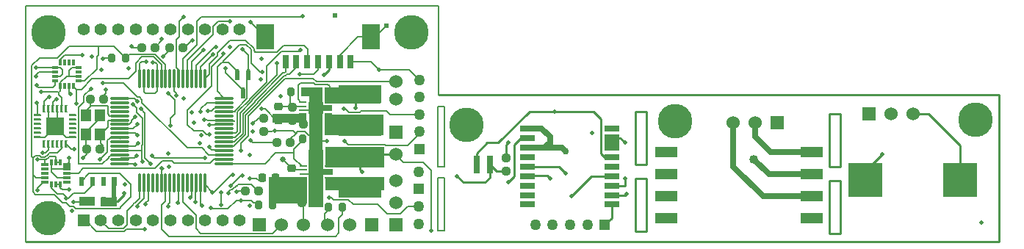
<source format=gtl>
G04 Layer_Physical_Order=1*
G04 Layer_Color=255*
%FSLAX23Y23*%
%MOIN*%
G70*
G01*
G75*
%ADD10R,0.024X0.043*%
G04:AMPARAMS|DCode=11|XSize=35mil|YSize=10mil|CornerRadius=3mil|HoleSize=0mil|Usage=FLASHONLY|Rotation=270.000|XOffset=0mil|YOffset=0mil|HoleType=Round|Shape=RoundedRectangle|*
%AMROUNDEDRECTD11*
21,1,0.035,0.005,0,0,270.0*
21,1,0.030,0.010,0,0,270.0*
1,1,0.006,-0.002,-0.015*
1,1,0.006,-0.002,0.015*
1,1,0.006,0.002,0.015*
1,1,0.006,0.002,-0.015*
%
%ADD11ROUNDEDRECTD11*%
G04:AMPARAMS|DCode=12|XSize=35mil|YSize=10mil|CornerRadius=3mil|HoleSize=0mil|Usage=FLASHONLY|Rotation=180.000|XOffset=0mil|YOffset=0mil|HoleType=Round|Shape=RoundedRectangle|*
%AMROUNDEDRECTD12*
21,1,0.035,0.005,0,0,180.0*
21,1,0.030,0.010,0,0,180.0*
1,1,0.006,-0.015,0.002*
1,1,0.006,0.015,0.002*
1,1,0.006,0.015,-0.002*
1,1,0.006,-0.015,-0.002*
%
%ADD12ROUNDEDRECTD12*%
%ADD13R,0.083X0.083*%
G04:AMPARAMS|DCode=14|XSize=50mil|YSize=20mil|CornerRadius=5mil|HoleSize=0mil|Usage=FLASHONLY|Rotation=270.000|XOffset=0mil|YOffset=0mil|HoleType=Round|Shape=RoundedRectangle|*
%AMROUNDEDRECTD14*
21,1,0.050,0.009,0,0,270.0*
21,1,0.040,0.020,0,0,270.0*
1,1,0.010,-0.005,-0.020*
1,1,0.010,-0.005,0.020*
1,1,0.010,0.005,0.020*
1,1,0.010,0.005,-0.020*
%
%ADD14ROUNDEDRECTD14*%
G04:AMPARAMS|DCode=15|XSize=37mil|YSize=37mil|CornerRadius=9mil|HoleSize=0mil|Usage=FLASHONLY|Rotation=0.000|XOffset=0mil|YOffset=0mil|HoleType=Round|Shape=RoundedRectangle|*
%AMROUNDEDRECTD15*
21,1,0.037,0.019,0,0,0.0*
21,1,0.019,0.037,0,0,0.0*
1,1,0.018,0.010,-0.009*
1,1,0.018,-0.010,-0.009*
1,1,0.018,-0.010,0.009*
1,1,0.018,0.010,0.009*
%
%ADD15ROUNDEDRECTD15*%
%ADD16R,0.083X0.118*%
%ADD17R,0.031X0.063*%
%ADD18R,0.031X0.083*%
%ADD19R,0.012X0.031*%
%ADD20R,0.036X0.012*%
%ADD21R,0.197X0.079*%
%ADD22R,0.071X0.028*%
%ADD23R,0.071X0.031*%
G04:AMPARAMS|DCode=24|XSize=37mil|YSize=37mil|CornerRadius=9mil|HoleSize=0mil|Usage=FLASHONLY|Rotation=270.000|XOffset=0mil|YOffset=0mil|HoleType=Round|Shape=RoundedRectangle|*
%AMROUNDEDRECTD24*
21,1,0.037,0.019,0,0,270.0*
21,1,0.019,0.037,0,0,270.0*
1,1,0.018,-0.009,-0.010*
1,1,0.018,-0.009,0.010*
1,1,0.018,0.009,0.010*
1,1,0.018,0.009,-0.010*
%
%ADD24ROUNDEDRECTD24*%
%ADD25R,0.028X0.012*%
%ADD26R,0.012X0.028*%
%ADD27R,0.157X0.157*%
%ADD28R,0.100X0.050*%
G04:AMPARAMS|DCode=29|XSize=36mil|YSize=37mil|CornerRadius=9mil|HoleSize=0mil|Usage=FLASHONLY|Rotation=180.000|XOffset=0mil|YOffset=0mil|HoleType=Round|Shape=RoundedRectangle|*
%AMROUNDEDRECTD29*
21,1,0.036,0.018,0,0,180.0*
21,1,0.018,0.037,0,0,180.0*
1,1,0.018,-0.009,0.009*
1,1,0.018,0.009,0.009*
1,1,0.018,0.009,-0.009*
1,1,0.018,-0.009,-0.009*
%
%ADD29ROUNDEDRECTD29*%
G04:AMPARAMS|DCode=30|XSize=85mil|YSize=13mil|CornerRadius=4mil|HoleSize=0mil|Usage=FLASHONLY|Rotation=180.000|XOffset=0mil|YOffset=0mil|HoleType=Round|Shape=RoundedRectangle|*
%AMROUNDEDRECTD30*
21,1,0.085,0.006,0,0,180.0*
21,1,0.078,0.013,0,0,180.0*
1,1,0.007,-0.039,0.003*
1,1,0.007,0.039,0.003*
1,1,0.007,0.039,-0.003*
1,1,0.007,-0.039,-0.003*
%
%ADD30ROUNDEDRECTD30*%
G04:AMPARAMS|DCode=31|XSize=85mil|YSize=13mil|CornerRadius=4mil|HoleSize=0mil|Usage=FLASHONLY|Rotation=270.000|XOffset=0mil|YOffset=0mil|HoleType=Round|Shape=RoundedRectangle|*
%AMROUNDEDRECTD31*
21,1,0.085,0.006,0,0,270.0*
21,1,0.078,0.013,0,0,270.0*
1,1,0.007,-0.003,-0.039*
1,1,0.007,-0.003,0.039*
1,1,0.007,0.003,0.039*
1,1,0.007,0.003,-0.039*
%
%ADD31ROUNDEDRECTD31*%
%ADD32R,0.045X0.055*%
G04:AMPARAMS|DCode=33|XSize=34mil|YSize=39mil|CornerRadius=9mil|HoleSize=0mil|Usage=FLASHONLY|Rotation=0.000|XOffset=0mil|YOffset=0mil|HoleType=Round|Shape=RoundedRectangle|*
%AMROUNDEDRECTD33*
21,1,0.034,0.021,0,0,0.0*
21,1,0.017,0.039,0,0,0.0*
1,1,0.017,0.008,-0.011*
1,1,0.017,-0.008,-0.011*
1,1,0.017,-0.008,0.011*
1,1,0.017,0.008,0.011*
%
%ADD33ROUNDEDRECTD33*%
G04:AMPARAMS|DCode=34|XSize=34mil|YSize=39mil|CornerRadius=9mil|HoleSize=0mil|Usage=FLASHONLY|Rotation=270.000|XOffset=0mil|YOffset=0mil|HoleType=Round|Shape=RoundedRectangle|*
%AMROUNDEDRECTD34*
21,1,0.034,0.021,0,0,270.0*
21,1,0.017,0.039,0,0,270.0*
1,1,0.017,-0.011,-0.008*
1,1,0.017,-0.011,0.008*
1,1,0.017,0.011,0.008*
1,1,0.017,0.011,-0.008*
%
%ADD34ROUNDEDRECTD34*%
%ADD35R,0.065X0.053*%
%ADD36R,0.032X0.011*%
%ADD37C,0.006*%
%ADD38C,0.010*%
%ADD39C,0.025*%
%ADD40R,0.070X0.044*%
%ADD41R,0.173X0.119*%
%ADD42R,0.097X0.040*%
%ADD43R,0.105X0.030*%
%ADD44R,0.100X0.029*%
%ADD45R,0.060X0.325*%
%ADD46R,0.013X0.040*%
%ADD47R,0.065X0.260*%
%ADD48R,0.073X0.041*%
%ADD49R,0.036X0.030*%
%ADD50R,0.269X0.064*%
%ADD51R,0.269X0.098*%
%ADD52R,0.269X0.092*%
%ADD53R,0.256X0.072*%
%ADD54R,0.070X0.075*%
%ADD55R,0.155X0.042*%
%ADD56R,0.023X0.124*%
%ADD57C,0.056*%
%ADD58R,0.056X0.056*%
%ADD59C,0.060*%
%ADD60R,0.060X0.060*%
%ADD61R,0.060X0.060*%
%ADD62C,0.050*%
%ADD63R,0.050X0.050*%
%ADD64R,0.050X0.050*%
%ADD65C,0.020*%
%ADD66C,0.025*%
%ADD67C,0.024*%
%ADD68C,0.040*%
%ADD69C,0.030*%
%ADD70C,0.157*%
D10*
X622Y4773D02*
D03*
X672D02*
D03*
X722D02*
D03*
X772D02*
D03*
Y4683D02*
D03*
X722D02*
D03*
X672D02*
D03*
X622D02*
D03*
D11*
X552Y4944D02*
D03*
X533D02*
D03*
X513D02*
D03*
X493D02*
D03*
X473D02*
D03*
X454D02*
D03*
Y5103D02*
D03*
X473D02*
D03*
X493D02*
D03*
X513D02*
D03*
X533D02*
D03*
X552D02*
D03*
D12*
X423Y4974D02*
D03*
Y4994D02*
D03*
Y5013D02*
D03*
Y5033D02*
D03*
Y5053D02*
D03*
Y5072D02*
D03*
X583D02*
D03*
Y5053D02*
D03*
Y5033D02*
D03*
Y5013D02*
D03*
Y4994D02*
D03*
Y4974D02*
D03*
D13*
X504Y5022D02*
D03*
D14*
X1355Y5174D02*
D03*
X1329Y5256D02*
D03*
X1381D02*
D03*
D15*
X1690Y5034D02*
D03*
X1630D02*
D03*
X1367Y4731D02*
D03*
X1427D02*
D03*
X1024Y5380D02*
D03*
X1084D02*
D03*
X957Y5381D02*
D03*
X897D02*
D03*
X1510Y4950D02*
D03*
X1570D02*
D03*
X1750Y5180D02*
D03*
X1690D02*
D03*
X1753Y4888D02*
D03*
X1693D02*
D03*
X1683Y4676D02*
D03*
X1623D02*
D03*
Y4736D02*
D03*
X1683D02*
D03*
X662Y5147D02*
D03*
X722D02*
D03*
X647Y4921D02*
D03*
X707D02*
D03*
D16*
X1456Y5429D02*
D03*
X1937D02*
D03*
D17*
X1549Y5315D02*
D03*
X1598D02*
D03*
X1647D02*
D03*
X1697D02*
D03*
X1746D02*
D03*
X1795D02*
D03*
X1844D02*
D03*
D18*
X2415Y4850D02*
D03*
X2475D02*
D03*
D19*
X487Y4861D02*
D03*
X507D02*
D03*
X526D02*
D03*
Y4760D02*
D03*
X507D02*
D03*
X487D02*
D03*
D20*
X557Y4850D02*
D03*
Y4830D02*
D03*
Y4811D02*
D03*
Y4791D02*
D03*
Y4771D02*
D03*
X456D02*
D03*
Y4791D02*
D03*
Y4811D02*
D03*
Y4830D02*
D03*
Y4850D02*
D03*
D21*
X1885Y5170D02*
D03*
Y5020D02*
D03*
X1887Y4891D02*
D03*
Y4741D02*
D03*
D22*
X2648Y5014D02*
D03*
X3030D02*
D03*
Y4668D02*
D03*
X2648D02*
D03*
D23*
Y4971D02*
D03*
Y4927D02*
D03*
Y4884D02*
D03*
Y4754D02*
D03*
Y4797D02*
D03*
Y4841D02*
D03*
Y4711D02*
D03*
X3030D02*
D03*
Y4841D02*
D03*
Y4797D02*
D03*
Y4754D02*
D03*
Y4884D02*
D03*
Y4927D02*
D03*
Y4971D02*
D03*
D24*
X2550Y4820D02*
D03*
Y4880D02*
D03*
X1450Y5060D02*
D03*
Y5000D02*
D03*
X1579Y5109D02*
D03*
Y5049D02*
D03*
D25*
X611Y5229D02*
D03*
Y5249D02*
D03*
Y5269D02*
D03*
Y5288D02*
D03*
X503D02*
D03*
Y5269D02*
D03*
Y5249D02*
D03*
Y5229D02*
D03*
D26*
X587Y5313D02*
D03*
X567D02*
D03*
X547D02*
D03*
X528D02*
D03*
Y5205D02*
D03*
X547D02*
D03*
X567D02*
D03*
X587D02*
D03*
D27*
X4180Y4780D02*
D03*
X4610D02*
D03*
D28*
X3275Y4705D02*
D03*
X3935D02*
D03*
X3275Y4605D02*
D03*
X3935D02*
D03*
X3275Y4805D02*
D03*
Y4905D02*
D03*
X3935Y4805D02*
D03*
Y4905D02*
D03*
D29*
X1443Y4788D02*
D03*
X1503D02*
D03*
D30*
X797Y5150D02*
D03*
Y5130D02*
D03*
Y5110D02*
D03*
Y5091D02*
D03*
Y5071D02*
D03*
Y5051D02*
D03*
Y5032D02*
D03*
Y5012D02*
D03*
Y4992D02*
D03*
Y4972D02*
D03*
Y4953D02*
D03*
Y4933D02*
D03*
Y4913D02*
D03*
Y4894D02*
D03*
Y4874D02*
D03*
Y4854D02*
D03*
X1271D02*
D03*
Y4874D02*
D03*
Y4894D02*
D03*
Y4913D02*
D03*
Y4933D02*
D03*
Y4953D02*
D03*
Y4972D02*
D03*
Y4992D02*
D03*
Y5012D02*
D03*
Y5032D02*
D03*
Y5051D02*
D03*
Y5071D02*
D03*
Y5091D02*
D03*
Y5110D02*
D03*
Y5130D02*
D03*
Y5150D02*
D03*
D31*
X886Y4765D02*
D03*
X906D02*
D03*
X926D02*
D03*
X945D02*
D03*
X965D02*
D03*
X985D02*
D03*
X1004D02*
D03*
X1024D02*
D03*
X1044D02*
D03*
X1064D02*
D03*
X1083D02*
D03*
X1103D02*
D03*
X1123D02*
D03*
X1142D02*
D03*
X1162D02*
D03*
X1182D02*
D03*
Y5239D02*
D03*
X1162D02*
D03*
X1142D02*
D03*
X1123D02*
D03*
X1103D02*
D03*
X1083D02*
D03*
X1064D02*
D03*
X1044D02*
D03*
X1024D02*
D03*
X1004D02*
D03*
X985D02*
D03*
X965D02*
D03*
X945D02*
D03*
X926D02*
D03*
X906D02*
D03*
X886D02*
D03*
D32*
X705Y5073D02*
D03*
X643D02*
D03*
Y4987D02*
D03*
X705D02*
D03*
D33*
X1806Y4656D02*
D03*
X1744D02*
D03*
X1428Y4666D02*
D03*
X1490D02*
D03*
X1574Y5180D02*
D03*
X1636D02*
D03*
X1689Y4966D02*
D03*
X1627D02*
D03*
X760Y5333D02*
D03*
X822D02*
D03*
D34*
X1518Y5050D02*
D03*
Y5112D02*
D03*
X1578Y4770D02*
D03*
Y4832D02*
D03*
D35*
X1685Y5105D02*
D03*
X1687Y4816D02*
D03*
D36*
X1628Y5078D02*
D03*
Y5096D02*
D03*
Y5114D02*
D03*
Y5132D02*
D03*
X1742D02*
D03*
Y5114D02*
D03*
Y5096D02*
D03*
Y5078D02*
D03*
X1744Y4789D02*
D03*
Y4807D02*
D03*
Y4825D02*
D03*
Y4843D02*
D03*
X1630D02*
D03*
Y4825D02*
D03*
Y4807D02*
D03*
Y4789D02*
D03*
D37*
X1142Y4558D02*
X1164Y4536D01*
X828Y4557D02*
X911D01*
X818Y4547D02*
X828Y4557D01*
X691Y4547D02*
X818D01*
X745Y4559D02*
X813D01*
X640Y4598D02*
X691Y4547D01*
X631Y4598D02*
X640D01*
X708Y4596D02*
X745Y4559D01*
X813D02*
X829Y4575D01*
X2173Y4861D02*
X2210Y4824D01*
Y4548D02*
Y4824D01*
X643Y4928D02*
X657Y4914D01*
X631Y4880D02*
X647Y4896D01*
Y4921D01*
X732Y5173D02*
Y5189D01*
X716Y5157D02*
X732Y5173D01*
X957Y5381D02*
X988Y5412D01*
Y5421D01*
X1104Y5095D02*
X1214Y5205D01*
X1104Y5031D02*
X1133Y5002D01*
X1104Y5031D02*
Y5095D01*
X1814Y5102D02*
X1821D01*
X1836Y5087D01*
X1885D01*
X1890Y5092D01*
X2022Y5077D02*
X2156D01*
X1890Y5092D02*
X2007D01*
X2022Y5077D01*
X2156Y4988D02*
Y4998D01*
X2004Y4936D02*
X2104D01*
X2156Y4988D01*
X1834Y4939D02*
X2000D01*
X1816Y4957D02*
X1834Y4939D01*
X2000D02*
X2004Y4936D01*
X418Y5249D02*
Y5257D01*
X430Y5269D01*
X693Y5284D02*
Y5339D01*
X638Y5229D02*
X693Y5284D01*
Y5339D02*
X701Y5347D01*
X716Y5157D02*
X724Y5149D01*
X665Y5194D02*
X667D01*
X634Y5164D02*
X665Y5194D01*
X1024Y5371D02*
Y5386D01*
X994Y5341D02*
X1024Y5371D01*
X994Y5340D02*
Y5341D01*
X1214Y5293D02*
X1268Y5347D01*
Y5352D01*
Y5321D02*
X1341Y5394D01*
X1353Y5373D02*
X1354D01*
X1381Y5346D01*
X1341Y5394D02*
X1371D01*
X1268Y5312D02*
Y5321D01*
X1371Y5394D02*
X1393Y5372D01*
X1297Y5414D02*
X1368D01*
X1405Y5377D01*
Y5368D02*
X1411Y5361D01*
X1405Y5368D02*
Y5377D01*
X1393Y5310D02*
Y5372D01*
X985Y5239D02*
Y5304D01*
X1004Y5239D02*
Y5302D01*
X955Y5351D02*
X1004Y5302D01*
X840Y5351D02*
X955D01*
X950Y5339D02*
X985Y5304D01*
X897Y5339D02*
X950D01*
X1434Y5269D02*
X1442D01*
X1393Y5310D02*
X1434Y5269D01*
X1436D02*
X1442D01*
X1535Y4874D02*
X1536D01*
X1568Y4842D01*
X553Y4696D02*
Y4704D01*
X540Y4717D02*
X553Y4704D01*
Y4696D02*
X563D01*
X587Y4720D01*
X637D01*
X513Y4717D02*
X540D01*
X487Y4743D02*
X513Y4717D01*
X1325Y4687D02*
X1347D01*
X1286Y4648D02*
X1325Y4687D01*
X1216Y4648D02*
X1286D01*
X1211Y4653D02*
X1216Y4648D01*
X533Y5103D02*
Y5152D01*
X520Y5165D02*
X533Y5152D01*
X520Y5165D02*
Y5173D01*
X508Y5147D02*
X511D01*
X493Y5132D02*
X508Y5147D01*
X942Y4891D02*
X954Y4879D01*
X956Y4832D02*
X991Y4867D01*
X868Y4851D02*
Y4853D01*
X869Y4854D01*
X1102Y4926D02*
X1169D01*
X897Y5131D02*
Y5144D01*
Y5131D02*
X1102Y4926D01*
X1028Y5027D02*
Y5059D01*
X1047Y5078D01*
Y5143D01*
X569Y4659D02*
X588D01*
X552Y4676D02*
X569Y4659D01*
X596Y4651D02*
X796D01*
X588Y4659D02*
X596Y4651D01*
X537Y4676D02*
X552D01*
X796Y4651D02*
X804Y4659D01*
X609Y5021D02*
Y5026D01*
Y5021D02*
X609Y5021D01*
Y5006D02*
Y5021D01*
X609Y5006D02*
X609Y5006D01*
X609Y5001D02*
Y5006D01*
Y5001D02*
X609Y5001D01*
Y4987D02*
Y5001D01*
X609Y4986D02*
X609Y4987D01*
X609Y4981D02*
Y4986D01*
Y4981D02*
X609Y4981D01*
Y4967D02*
Y4981D01*
X609Y4967D02*
X609Y4967D01*
X609Y4852D02*
Y4967D01*
Y5080D02*
Y5108D01*
Y5080D02*
X609Y5080D01*
Y5065D02*
Y5080D01*
X609Y5065D02*
X609Y5065D01*
X609Y5060D02*
Y5065D01*
Y5060D02*
X609Y5060D01*
Y5046D02*
Y5060D01*
X609Y5046D02*
X609Y5046D01*
X609Y5040D02*
Y5046D01*
Y5040D02*
X609Y5040D01*
Y5026D02*
Y5040D01*
X609Y5026D02*
X609Y5026D01*
X609Y5108D02*
X634Y5134D01*
X609Y4852D02*
X717D01*
X1290Y4720D02*
Y4725D01*
X1300Y4735D01*
X1307D01*
X1326Y4754D01*
X1329D01*
X1299Y4752D02*
X1348Y4801D01*
X1299Y4752D02*
Y4754D01*
X1329D02*
X1334Y4759D01*
X1394D01*
X1422Y4731D01*
X1427D01*
X1404Y4676D02*
X1432D01*
X1393Y4687D02*
X1404Y4676D01*
X1347Y4687D02*
X1393D01*
X1575Y4825D02*
X1630D01*
X1568Y4832D02*
Y4842D01*
Y4832D02*
X1575Y4825D01*
X1202Y5305D02*
X1239Y5342D01*
X1162Y5293D02*
X1219Y5350D01*
X1239Y5342D02*
Y5356D01*
X1219Y5350D02*
X1220D01*
X1144Y5301D02*
X1226Y5383D01*
X1123Y5315D02*
X1176Y5368D01*
X1103Y5322D02*
X1220Y5439D01*
X1239Y5356D02*
X1297Y5414D01*
X1226Y5383D02*
X1232D01*
X1259Y5312D02*
X1268D01*
X1239Y5292D02*
X1259Y5312D01*
X1244Y5500D02*
X1297D01*
X1167Y5519D02*
X1622D01*
X1144Y5241D02*
Y5301D01*
X1202Y5260D02*
Y5305D01*
X1275Y5265D02*
Y5287D01*
X1355Y5174D02*
Y5185D01*
X1275Y5265D02*
X1355Y5185D01*
X1379Y4979D02*
Y5069D01*
X1367Y5071D02*
Y5074D01*
X1355Y5076D02*
Y5079D01*
X1343Y5081D02*
Y5084D01*
X1331Y5086D02*
Y5089D01*
X1319Y5091D02*
Y5094D01*
X1455Y5102D02*
X1508Y5049D01*
X1440Y5102D02*
X1455D01*
X1379Y5069D02*
X1434Y5124D01*
X1422Y5129D02*
Y5132D01*
X1367Y5074D02*
X1422Y5129D01*
X1410Y5134D02*
Y5137D01*
X1355Y5079D02*
X1410Y5134D01*
X1398Y5139D02*
Y5142D01*
X1343Y5084D02*
X1398Y5139D01*
X1386Y5144D02*
Y5147D01*
X1331Y5089D02*
X1386Y5144D01*
X1374Y5149D02*
Y5249D01*
X1319Y5094D02*
X1374Y5149D01*
Y5249D02*
X1381Y5256D01*
X1410Y5137D02*
X1538Y5265D01*
X1355Y5076D02*
X1355Y5076D01*
X1398Y5142D02*
X1511Y5255D01*
X1386Y5147D02*
X1462Y5223D01*
X1330Y5085D02*
X1331Y5086D01*
X1434Y5127D02*
X1548Y5241D01*
X1434Y5124D02*
Y5127D01*
X1422Y5132D02*
X1543Y5253D01*
X1319Y5091D02*
X1319Y5091D01*
X1462Y5223D02*
Y5295D01*
X1511Y5255D02*
Y5309D01*
X1343Y5081D02*
X1343Y5081D01*
X1544Y5265D02*
X1549Y5270D01*
X1538Y5265D02*
X1544D01*
X1549Y5253D02*
X1554Y5258D01*
X1543Y5253D02*
X1549D01*
X1367Y5071D02*
X1367Y5071D01*
X1548Y5241D02*
X1674D01*
X886Y5155D02*
X897Y5144D01*
X878Y5155D02*
X886D01*
X814Y5219D02*
X878Y5155D01*
X1083Y4679D02*
X1142Y4620D01*
Y4558D02*
Y4620D01*
X987Y4667D02*
X1003Y4683D01*
X987Y4556D02*
Y4667D01*
Y4556D02*
X1019Y4524D01*
X869Y4679D02*
X870D01*
X858Y4668D02*
X869Y4679D01*
X858Y4667D02*
Y4668D01*
X829Y4638D02*
X858Y4667D01*
X829Y4638D02*
X829Y4637D01*
Y4575D02*
Y4637D01*
X1221Y5477D02*
X1244Y5500D01*
X1066Y5501D02*
X1085Y5520D01*
X1066Y5428D02*
Y5501D01*
X1053Y5415D02*
X1066Y5428D01*
X1221Y5447D02*
Y5477D01*
X1220Y5446D02*
X1221Y5447D01*
X1220Y5439D02*
Y5446D01*
X1148Y5479D02*
Y5500D01*
X1147Y5477D02*
X1148Y5479D01*
X1147Y5447D02*
Y5477D01*
Y5447D02*
X1148Y5445D01*
Y5392D02*
Y5445D01*
Y5500D02*
X1167Y5519D01*
X954Y4879D02*
X1182D01*
X991Y4867D02*
X1033D01*
X1596Y4991D02*
X1604Y4999D01*
X1570Y4965D02*
X1596Y4991D01*
X1584Y5003D02*
X1596Y4991D01*
X1500Y5003D02*
X1584D01*
X1455Y4854D02*
X1503Y4902D01*
X1033Y4867D02*
X1043Y4857D01*
X988Y4834D02*
X994D01*
X996Y4832D01*
X1224Y4723D02*
X1311Y4810D01*
X1218Y4723D02*
X1224D01*
X1311Y4803D02*
Y4810D01*
X397Y5298D02*
X432Y5333D01*
X397Y4886D02*
Y5298D01*
X512Y5333D02*
X565Y5386D01*
X432Y5333D02*
X512D01*
X503Y5211D02*
Y5229D01*
X493Y5201D02*
X503Y5211D01*
X428Y5201D02*
X493D01*
X420Y5209D02*
X428Y5201D01*
X397Y4886D02*
X403Y4880D01*
X467Y4909D02*
X473Y4916D01*
X467Y4909D02*
X467D01*
X461Y4903D02*
X467Y4909D01*
X448Y4903D02*
X461D01*
X472Y4897D02*
X478Y4903D01*
X472Y4897D02*
X472D01*
X466Y4891D02*
X472Y4897D01*
X463Y4891D02*
X466D01*
X477Y4885D02*
X477Y4885D01*
X477Y4885D02*
X477D01*
X472Y4880D02*
X477Y4885D01*
X472Y4880D02*
Y4880D01*
X471Y4879D02*
X472Y4880D01*
X477Y4885D02*
X507D01*
X471Y4879D02*
X471D01*
X464Y4872D02*
X471Y4879D01*
X478Y4903D02*
X513D01*
X456Y4884D02*
X463Y4891D01*
X422Y4872D02*
X464D01*
X440Y4884D02*
X456D01*
X433Y4891D02*
X440Y4884D01*
X414Y4891D02*
X433D01*
X513Y4903D02*
X533Y4923D01*
X1682Y4955D02*
X1738D01*
X1604Y4999D02*
X1638D01*
X1682Y4955D01*
X1530Y5364D02*
X1610D01*
X1616Y5370D01*
X1632Y5390D02*
X1650Y5372D01*
X1540Y5390D02*
X1632D01*
X1511Y5361D02*
X1540Y5390D01*
X1684Y5214D02*
X1741D01*
X1677Y5221D02*
X1684Y5214D01*
X1616Y5221D02*
X1677D01*
X1689Y5226D02*
X2050D01*
X1674Y5241D02*
X1689Y5226D01*
X1741Y5214D02*
X1750Y5205D01*
X1096Y5386D02*
X1124Y5414D01*
X1084Y5386D02*
X1096D01*
X1124Y5414D02*
X1127D01*
X1053Y5290D02*
X1060Y5283D01*
Y5243D02*
Y5283D01*
Y5243D02*
X1064Y5239D01*
X1053Y5290D02*
Y5415D01*
X1083Y5328D02*
X1148Y5392D01*
X1320Y4972D02*
X1343Y4996D01*
X1271Y4972D02*
X1320D01*
X1343Y4996D02*
Y5061D01*
X1317Y4953D02*
X1355Y4991D01*
X1314Y4933D02*
X1367Y4986D01*
X1346Y4946D02*
X1379Y4979D01*
X1346Y4913D02*
Y4946D01*
X1271Y4933D02*
X1314D01*
X1367Y4986D02*
Y5071D01*
X1271Y4953D02*
X1317D01*
X1355Y4991D02*
Y5066D01*
X1331Y5001D02*
Y5056D01*
X1322Y4992D02*
X1331Y5001D01*
X1271Y4992D02*
X1322D01*
X1401Y5036D02*
X1425Y5060D01*
X1450D01*
X1508Y5049D02*
X1510D01*
X1268Y5312D02*
X1289D01*
X1239Y5182D02*
X1271Y5150D01*
X1239Y5182D02*
Y5292D01*
X1289Y5312D02*
X1329Y5272D01*
Y5256D02*
Y5272D01*
X1214Y5205D02*
Y5293D01*
X1647Y5315D02*
X1650Y5318D01*
Y5372D01*
X1411Y5361D02*
X1511D01*
X1103Y5239D02*
Y5322D01*
X1462Y5295D02*
X1530Y5364D01*
X1381Y5256D02*
Y5346D01*
X1391Y5496D02*
X1431Y5456D01*
Y5437D02*
Y5456D01*
X1182Y5239D02*
X1202Y5260D01*
X634Y5134D02*
Y5164D01*
X717Y4852D02*
X745Y4880D01*
Y4882D01*
X753Y4890D01*
X793D01*
X797Y4894D01*
X739Y4905D02*
Y4958D01*
X708Y4873D02*
X739Y4905D01*
X622Y5190D02*
X670Y5238D01*
X718D01*
X720Y5240D02*
X835D01*
X869Y5274D01*
X718Y5238D02*
X720Y5240D01*
X720Y5219D02*
X814D01*
X1164Y4536D02*
X1491D01*
X1530Y4575D01*
X1775Y4524D02*
X1790Y4539D01*
X1019Y4524D02*
X1775D01*
X739Y4958D02*
X752Y4970D01*
X795D01*
X643Y4928D02*
Y4966D01*
X657Y4980D02*
Y5002D01*
X643Y4966D02*
X657Y4980D01*
X720Y4976D02*
Y4997D01*
X709Y4965D02*
X720Y4976D01*
Y4915D02*
Y4936D01*
X709Y4947D02*
X720Y4936D01*
X1182Y4879D02*
X1184Y4881D01*
X1179Y5052D02*
X1191D01*
X1203Y5028D02*
X1265D01*
X1270Y5033D01*
X1201Y4930D02*
X1203Y4928D01*
Y4930D01*
X897Y4865D02*
X899Y4863D01*
X897Y4865D02*
Y4916D01*
X1018Y5172D02*
X1047Y5143D01*
X1195Y5048D02*
X1233D01*
X1191Y5052D02*
X1195Y5048D01*
X1233D02*
X1238Y5053D01*
X1244Y5047D01*
X1549Y5270D02*
Y5315D01*
X1554Y5258D02*
X1568D01*
X2050Y4895D02*
X2084Y4861D01*
X2173D01*
X851Y5386D02*
X856Y5381D01*
X897D01*
X1053Y5164D02*
Y5174D01*
X1044Y5183D02*
X1053Y5174D01*
X1044Y5183D02*
Y5239D01*
X716Y5333D02*
X721Y5328D01*
X716Y5333D02*
X760D01*
X948Y5314D02*
X957D01*
X965Y5306D01*
X1244Y5047D02*
X1315D01*
X630Y4599D02*
X631Y4598D01*
X797Y4874D02*
X801Y4878D01*
X862D01*
X872Y4888D01*
X911Y4878D02*
Y5084D01*
Y4878D02*
X936Y4853D01*
X630Y4832D02*
X956D01*
X894Y4913D02*
X897Y4916D01*
X797Y4913D02*
X894D01*
X892Y5103D02*
X911Y5084D01*
X873Y5087D02*
X899Y5061D01*
Y4938D02*
Y5061D01*
X897Y4936D02*
X899Y4938D01*
X897Y4916D02*
Y4936D01*
X880Y4946D02*
X880D01*
X867Y4933D02*
X880Y4946D01*
X797Y4933D02*
X867D01*
X855Y5122D02*
X857D01*
X873Y5106D01*
Y5087D02*
Y5106D01*
X1390Y4960D02*
X1400Y4950D01*
X1510D01*
X1191Y4985D02*
X1204D01*
X1174Y5002D02*
X1191Y4985D01*
X1133Y5002D02*
X1174D01*
X1271Y5091D02*
X1319D01*
X1367Y5071D02*
Y5071D01*
X1343Y5061D02*
Y5081D01*
Y5061D02*
X1343Y5061D01*
X1355Y5066D02*
Y5076D01*
Y5066D02*
X1355Y5066D01*
X1367Y5071D02*
X1367Y5071D01*
X1330Y5058D02*
Y5085D01*
Y5058D02*
X1331Y5056D01*
X1162Y5239D02*
Y5293D01*
X1315Y5047D02*
X1319Y5051D01*
X1164Y5090D02*
Y5102D01*
X1214Y5093D02*
X1227Y5106D01*
X1196Y5093D02*
X1214D01*
X1227Y5106D02*
X1268D01*
X1272Y5110D01*
X1192Y5130D02*
X1271D01*
X1164Y5102D02*
X1192Y5130D01*
X864Y5150D02*
X878Y5136D01*
X797Y5150D02*
X864D01*
X1348Y4801D02*
X1352D01*
X1271Y4854D02*
X1455D01*
X1256Y4667D02*
Y4724D01*
X870Y4679D02*
X886Y4695D01*
Y4765D01*
X877Y4667D02*
X906Y4696D01*
X877Y4660D02*
Y4667D01*
X708Y4596D02*
Y4599D01*
X1060Y4675D02*
X1064D01*
X1065Y4674D01*
X914Y4669D02*
Y4675D01*
X926Y4686D01*
Y4765D01*
X846Y4702D02*
Y4761D01*
X658Y4809D02*
X798D01*
X846Y4761D01*
X499Y4714D02*
X537Y4676D01*
X414Y4714D02*
X499D01*
X487Y4743D02*
Y4760D01*
X403Y4725D02*
Y4803D01*
Y4725D02*
X414Y4714D01*
X804Y4659D02*
Y4660D01*
X846Y4702D01*
X622Y4773D02*
X658Y4809D01*
X515Y5178D02*
X520Y5173D01*
X439Y5178D02*
X515D01*
X520Y5173D02*
Y5177D01*
X600Y5126D02*
X601Y5127D01*
Y5190D01*
X567Y5173D02*
Y5205D01*
Y5173D02*
X572Y5168D01*
X573Y5167D01*
X547Y5345D02*
X628D01*
X528Y5326D02*
X547Y5345D01*
X528Y5313D02*
Y5326D01*
X403Y4880D02*
X414Y4891D01*
X403Y4803D02*
Y4880D01*
X454Y5137D02*
X474Y5157D01*
X454Y5103D02*
Y5137D01*
X421Y5128D02*
X423Y5125D01*
X421Y5128D02*
X421D01*
X869Y5311D02*
X897Y5339D01*
X869Y5274D02*
Y5311D01*
X822Y5333D02*
X840Y5351D01*
X2109Y5281D02*
X2156Y5234D01*
X1972Y5281D02*
X2109D01*
X1697Y5280D02*
Y5315D01*
X1678Y5261D02*
X1697Y5280D01*
X1613Y5261D02*
X1678D01*
X1613Y5260D02*
Y5261D01*
X1598Y5288D02*
Y5315D01*
X1568Y5258D02*
X1598Y5288D01*
X533Y4923D02*
Y4944D01*
X552D02*
X578Y4918D01*
X590D01*
X423Y5072D02*
Y5125D01*
X601Y5190D02*
X622D01*
X587Y5205D02*
X601Y5190D01*
X611Y5229D02*
X638D01*
X528Y5205D02*
Y5222D01*
X528Y5205D02*
X528Y5205D01*
Y5222D02*
X555Y5249D01*
X566D01*
X1169Y4926D02*
X1201Y4894D01*
X1271D01*
X1212Y4915D02*
X1269D01*
X1197Y4930D02*
X1212Y4915D01*
X1197Y4930D02*
X1201D01*
X985Y4765D02*
X987Y4767D01*
Y4823D01*
X474Y5157D02*
X476D01*
X615Y4676D02*
X622Y4683D01*
X613Y4678D02*
X615Y4676D01*
X587Y4678D02*
X613D01*
X1269Y4915D02*
X1271Y4913D01*
X1162Y4765D02*
X1164Y4763D01*
Y4670D02*
Y4763D01*
Y4670D02*
X1170Y4664D01*
X1064Y4672D02*
X1065Y4674D01*
X1017Y4660D02*
Y4670D01*
X1024Y4677D01*
Y4765D01*
X1271Y5110D02*
X1272Y5110D01*
X1487Y5000D02*
X1490Y5003D01*
X1450Y5000D02*
X1487D01*
X1490Y5003D02*
X1500D01*
X1043Y4857D02*
X1208D01*
X1227Y4876D01*
X1269D02*
X1271Y4874D01*
X1227Y4876D02*
X1269D01*
X1725Y4575D02*
Y4625D01*
X1513Y5114D02*
X1570D01*
X1628D01*
X1570D02*
X1628D01*
X1513D02*
X1570D01*
X1725Y4575D02*
Y4625D01*
X719Y4914D02*
X720Y4915D01*
X535Y4735D02*
X565D01*
X526Y4744D02*
X535Y4735D01*
X526Y4744D02*
Y4760D01*
X507Y4861D02*
X526D01*
X412Y5072D02*
X423D01*
X507Y4861D02*
Y4885D01*
X456Y4850D02*
Y4872D01*
X1623Y4676D02*
X1630Y4669D01*
Y4575D02*
Y4669D01*
X451Y4771D02*
X456D01*
X513Y4791D02*
X557D01*
X487Y4817D02*
Y4828D01*
X488Y4830D01*
X557Y4850D02*
X568Y4861D01*
X504Y5022D02*
X552Y4974D01*
X456D02*
X504Y5022D01*
X423Y4974D02*
X456D01*
X473Y5053D02*
Y5103D01*
X417Y5288D02*
X503D01*
X536Y5260D02*
Y5280D01*
X525Y5249D02*
X536Y5260D01*
X1630Y4807D02*
X1678D01*
X1424Y5462D02*
X1456Y5429D01*
X415Y4791D02*
X456D01*
X1570Y5110D02*
Y5114D01*
Y5176D02*
X1574Y5180D01*
X1744Y4644D02*
Y4660D01*
X1725Y4625D02*
X1744Y4644D01*
X1887Y4891D02*
X1891Y4895D01*
X1605Y5145D02*
Y5210D01*
X1750Y5180D02*
Y5205D01*
X1938Y5315D02*
X1972Y5281D01*
X1844Y5315D02*
X1938D01*
X1605Y5145D02*
X1618Y5132D01*
X1605Y5210D02*
X1616Y5221D01*
X1618Y5132D02*
X1628D01*
X1622Y4843D02*
X1630D01*
X1510Y5111D02*
X1513Y5114D01*
X1570D02*
Y5176D01*
X430Y5269D02*
X503D01*
X637Y4720D02*
X672Y4755D01*
Y4773D01*
X403Y4803D02*
X415Y4791D01*
X487Y4817D02*
X513Y4791D01*
X488Y4830D02*
X557D01*
X487Y4828D02*
Y4861D01*
X552Y4974D02*
X583D01*
X568Y4861D02*
Y4880D01*
X473Y5053D02*
X504Y5022D01*
X503Y5249D02*
X525D01*
X527Y5288D02*
X536Y5280D01*
X503Y5288D02*
X527D01*
X1628Y5096D02*
X1676D01*
X1433Y5452D02*
X1456Y5429D01*
X1795Y5315D02*
Y5346D01*
X1878Y5429D01*
X1937D02*
X1956D01*
X1878D02*
X1937D01*
X456Y4850D02*
X458Y4852D01*
X507Y4760D02*
X526D01*
X526Y5184D02*
Y5203D01*
X528Y5205D01*
X622Y4676D02*
Y4683D01*
X566Y5249D02*
X611D01*
X566D02*
Y5275D01*
X579Y5288D01*
X611D01*
X647Y5073D02*
Y5097D01*
X662Y5112D01*
Y5147D01*
X710Y5062D02*
Y5073D01*
Y4987D02*
X742Y5018D01*
X709Y4947D02*
Y4965D01*
X742Y5078D02*
Y5117D01*
X667D02*
X742D01*
X662Y5112D02*
X667Y5117D01*
X513Y5031D02*
Y5103D01*
X647Y4999D02*
X710Y5062D01*
X493Y5103D02*
Y5132D01*
X520Y5178D02*
X526Y5184D01*
X722Y5147D02*
X724Y5149D01*
X635Y4974D02*
X647Y4987D01*
X473Y4916D02*
Y4944D01*
X557Y4811D02*
X609D01*
X630Y4832D01*
X906Y5179D02*
Y5239D01*
Y5179D02*
X912Y5173D01*
X955D01*
X965Y5183D01*
Y5239D01*
Y5306D01*
X1271Y5051D02*
X1271Y5051D01*
X1083Y4679D02*
Y4765D01*
X1064Y4672D02*
Y4765D01*
X906Y4696D02*
Y4765D01*
X797Y4854D02*
X869D01*
X797Y5012D02*
X856D01*
X875Y5031D01*
Y5032D01*
X797Y4992D02*
X868D01*
X878Y4982D01*
X1330Y4731D02*
X1367D01*
X1325Y4726D02*
X1330Y4731D01*
X1806Y4623D02*
Y4660D01*
X1790Y4607D02*
X1806Y4623D01*
X1790Y4539D02*
Y4607D01*
X1003Y4683D02*
Y4763D01*
X1004Y4765D01*
X2103Y4659D02*
X2154D01*
X2071Y4627D02*
X2103Y4659D01*
X2009Y4627D02*
X2071D01*
X1968Y4668D02*
X2009Y4627D01*
X1856Y4668D02*
X1968D01*
X1834Y4690D02*
X1856Y4668D01*
X1766Y4690D02*
X1834D01*
X1142Y4765D02*
X1143Y4764D01*
X1116Y4699D02*
X1123Y4706D01*
Y4765D01*
X749Y5071D02*
X797D01*
X742Y5078D02*
X749Y5071D01*
X422Y4742D02*
X451Y4771D01*
X422Y4733D02*
Y4742D01*
X1956Y5429D02*
X2008Y5481D01*
X895Y5317D02*
X915D01*
X886Y5239D02*
Y5308D01*
X895Y5317D01*
X1588Y4877D02*
X1622Y4843D01*
X1588Y4921D02*
X1614Y4947D01*
Y4950D01*
X1747Y4701D02*
X1755D01*
X1766Y4690D01*
X1141Y4762D02*
X1143Y4764D01*
X1141Y4678D02*
Y4762D01*
X1182Y4759D02*
Y4765D01*
Y4759D02*
X1218Y4723D01*
X742Y5018D02*
Y5049D01*
X744Y5051D01*
X797D01*
X1622Y5519D02*
X1626Y5523D01*
X1142Y5239D02*
X1144Y5241D01*
X1083Y5239D02*
Y5328D01*
X1123Y5239D02*
Y5315D01*
X1418Y4787D02*
X1430Y4775D01*
X1387Y4787D02*
X1418D01*
X797Y5032D02*
X799Y5034D01*
X841D01*
X850Y5042D01*
Y5048D01*
X867Y5065D01*
Y5066D01*
X1588Y4877D02*
Y4902D01*
X1503D02*
X1588D01*
Y4921D01*
X1270Y5033D02*
X1271Y5032D01*
X1570Y4950D02*
Y4965D01*
X701Y5386D02*
X769D01*
X822Y5333D01*
X565Y5386D02*
X701D01*
Y5347D02*
Y5386D01*
X987Y4823D02*
X996Y4832D01*
X369Y4498D02*
Y5568D01*
X2240Y4838D02*
Y5113D01*
Y4838D02*
X2270D01*
Y5113D01*
X2240D02*
X2270D01*
X2240Y4548D02*
Y4788D01*
Y4548D02*
X2270D01*
Y4788D01*
X2240D02*
X2270D01*
X369Y5568D02*
X2243D01*
Y5165D02*
Y5568D01*
D38*
X2326Y4797D02*
X2355Y4768D01*
X2453D01*
X2475Y4790D01*
Y4850D01*
X2735Y4800D02*
X2750Y4785D01*
X2651Y4800D02*
X2735D01*
X2847Y4707D02*
X2937Y4797D01*
X2847Y4705D02*
Y4707D01*
X3066Y4971D02*
X3089Y4948D01*
X3030Y4971D02*
X3066D01*
X1722Y5256D02*
X1724D01*
X1746Y5278D01*
X2997Y4575D02*
X3030Y4607D01*
Y4668D01*
Y4711D02*
X3092D01*
X3098Y4717D01*
X795Y4970D02*
X797Y4972D01*
X1746Y5278D02*
Y5315D01*
X815Y4712D02*
Y4721D01*
X786Y4683D02*
X815Y4712D01*
X1867Y5152D02*
X1885Y5170D01*
X1867Y5106D02*
Y5152D01*
X1887Y4827D02*
X1897Y4817D01*
X1887Y4827D02*
Y4891D01*
X772Y4683D02*
X786D01*
X3090Y4784D02*
Y4785D01*
Y4754D02*
Y4784D01*
X4395Y5080D02*
X4465D01*
X4610Y4780D02*
Y4935D01*
X2415Y4850D02*
Y4900D01*
X2463Y4948D02*
X2513D01*
X2655Y5090D01*
X2980Y4900D02*
Y5055D01*
Y4900D02*
X2996Y4884D01*
X2945Y5090D02*
X2980Y5055D01*
X2996Y4884D02*
X3030D01*
X2550Y4880D02*
Y4940D01*
X4180Y4820D02*
X4255Y4895D01*
X2789Y4841D02*
X2820Y4810D01*
X2560Y4770D02*
X2585Y4795D01*
Y4940D02*
X2616Y4971D01*
X2648D01*
X1891Y4895D02*
X2050D01*
X2937Y4797D02*
X3030D01*
X2585Y4795D02*
Y4940D01*
X2648Y4841D02*
X2789D01*
X2648Y4797D02*
X2651Y4800D01*
X3030Y4754D02*
X3090D01*
X4180Y4780D02*
Y4820D01*
X2550Y4940D02*
X2560Y4950D01*
X2415Y4900D02*
X2463Y4948D01*
X2655Y5090D02*
X2770D01*
X2945D01*
X2505Y4820D02*
X2550D01*
X2475Y4850D02*
X2505Y4820D01*
X4465Y5080D02*
X4610Y4935D01*
X369Y4498D02*
X3998D01*
X3135Y4785D02*
X3185D01*
Y4545D02*
Y4785D01*
X3135Y4545D02*
X3185D01*
X3135D02*
Y4785D01*
Y5090D02*
X3185D01*
Y4850D02*
Y5090D01*
X3135Y4850D02*
X3185D01*
X3135D02*
Y5090D01*
X4785Y4498D02*
Y4780D01*
X3998Y4498D02*
X4785D01*
X4015Y4840D02*
Y5080D01*
Y4840D02*
X4065D01*
Y5080D01*
X4015D02*
X4065D01*
X4015Y4535D02*
Y4775D01*
Y4535D02*
X4065D01*
Y4775D01*
X4015D02*
X4065D01*
X2243Y5165D02*
X4785D01*
Y4780D02*
Y5165D01*
D39*
X3742Y4805D02*
X3935D01*
X3673Y4874D02*
X3742Y4805D01*
X3715Y4705D02*
X3935D01*
X3580Y4840D02*
X3715Y4705D01*
X3580Y4840D02*
Y5030D01*
X2648Y4927D02*
X2722D01*
X2750Y4940D02*
Y4975D01*
X3680D02*
Y5030D01*
Y4975D02*
X3750Y4905D01*
X3935D01*
X2722Y4927D02*
X2735Y4940D01*
X2722Y4927D02*
X2803D01*
X2820Y4910D01*
X2735Y4940D02*
X2750D01*
X2711Y5014D02*
X2750Y4975D01*
X2648Y5014D02*
X2711D01*
D40*
X645Y4682D02*
D03*
D41*
X1559Y4734D02*
D03*
D42*
X1666Y5180D02*
D03*
D43*
X1707Y5105D02*
D03*
D44*
X1713Y4817D02*
D03*
D45*
X1685Y5037D02*
D03*
D46*
X1661Y4896D02*
D03*
D47*
X1686Y4786D02*
D03*
D48*
X746Y4681D02*
D03*
D49*
X558Y4839D02*
D03*
D50*
X1862Y4762D02*
D03*
D51*
X1860Y5029D02*
D03*
D52*
X1862Y4884D02*
D03*
D53*
X1853Y5164D02*
D03*
D54*
X3030Y4948D02*
D03*
D55*
X1567Y5059D02*
D03*
D56*
X771Y4733D02*
D03*
D57*
X633Y5462D02*
D03*
X711D02*
D03*
X790D02*
D03*
X869D02*
D03*
X948D02*
D03*
X1026D02*
D03*
X1105D02*
D03*
X1184D02*
D03*
X1263D02*
D03*
X1341D02*
D03*
Y4596D02*
D03*
X1263D02*
D03*
X1184D02*
D03*
X1105D02*
D03*
X1026D02*
D03*
X948D02*
D03*
X869D02*
D03*
X790D02*
D03*
X711D02*
D03*
D58*
X633D02*
D03*
D59*
X2050Y4775D02*
D03*
Y4675D02*
D03*
X1740Y4575D02*
D03*
X1840D02*
D03*
X2050Y4895D02*
D03*
X3680Y5040D02*
D03*
X3580D02*
D03*
X1630Y4575D02*
D03*
X1530D02*
D03*
X4395Y5080D02*
D03*
X4295D02*
D03*
X2050Y5226D02*
D03*
Y5147D02*
D03*
D60*
Y4575D02*
D03*
Y4995D02*
D03*
D61*
X1940Y4575D02*
D03*
X3780Y5040D02*
D03*
X1430Y4575D02*
D03*
X4195Y5080D02*
D03*
D62*
X2154Y4659D02*
D03*
Y4580D02*
D03*
Y4816D02*
D03*
X2156Y5077D02*
D03*
Y4998D02*
D03*
Y5156D02*
D03*
Y5234D02*
D03*
X2683Y4575D02*
D03*
X2761D02*
D03*
X2919D02*
D03*
X2840D02*
D03*
X504Y5022D02*
D03*
D63*
X2154Y4738D02*
D03*
X2156Y4920D02*
D03*
D64*
X2997Y4575D02*
D03*
D65*
X911Y4557D02*
D03*
X2210Y4548D02*
D03*
X2326Y4797D02*
D03*
X732Y5189D02*
D03*
X988Y5421D02*
D03*
X1123Y5086D02*
D03*
X1814Y5102D02*
D03*
X418Y5249D02*
D03*
X714Y5280D02*
D03*
X667Y5194D02*
D03*
X1542Y4714D02*
D03*
X994Y5340D02*
D03*
X1268Y5352D02*
D03*
X1353Y5373D02*
D03*
X1295Y5382D02*
D03*
X2847Y4705D02*
D03*
X1442Y5269D02*
D03*
X553Y4696D02*
D03*
X1211Y4653D02*
D03*
X1435Y5236D02*
D03*
X1543Y4783D02*
D03*
X511Y5147D02*
D03*
X1021Y4840D02*
D03*
X868Y4851D02*
D03*
X1028Y5027D02*
D03*
X580Y4640D02*
D03*
X631Y4880D02*
D03*
X2939Y4993D02*
D03*
X1290Y4720D02*
D03*
X1299Y4754D02*
D03*
X1388Y4662D02*
D03*
X1220Y5350D02*
D03*
X1176Y5368D02*
D03*
X1232Y5383D02*
D03*
X1297Y5500D02*
D03*
X1275Y5287D02*
D03*
X1440Y5102D02*
D03*
X1347Y4687D02*
D03*
X1015Y4899D02*
D03*
X3089Y4948D02*
D03*
X988Y4834D02*
D03*
X1311Y4803D02*
D03*
X448Y4903D02*
D03*
X417Y5288D02*
D03*
X1401Y5000D02*
D03*
X670Y5338D02*
D03*
X1616Y5370D02*
D03*
X1722Y5256D02*
D03*
X3098Y4717D02*
D03*
X1439Y5331D02*
D03*
X1127Y5414D02*
D03*
X1401Y5036D02*
D03*
X1391Y5496D02*
D03*
X708Y4873D02*
D03*
X720Y5219D02*
D03*
X1134Y5038D02*
D03*
X1179Y5052D02*
D03*
X1203Y5028D02*
D03*
X1203Y4930D02*
D03*
X899Y4863D02*
D03*
X942Y4891D02*
D03*
X1018Y5172D02*
D03*
X815Y4721D02*
D03*
X851Y5386D02*
D03*
X1085Y5520D02*
D03*
X1053Y5164D02*
D03*
X1086Y5148D02*
D03*
X721Y5328D02*
D03*
X948Y5314D02*
D03*
X872Y4888D02*
D03*
X936Y4853D02*
D03*
X880Y4946D02*
D03*
X855Y5122D02*
D03*
X892Y5103D02*
D03*
X1867Y5106D02*
D03*
X1897Y4817D02*
D03*
X1204Y4985D02*
D03*
X1390Y4960D02*
D03*
X1738Y4955D02*
D03*
X1816Y4957D02*
D03*
X1164Y5090D02*
D03*
X1196Y5093D02*
D03*
X878Y5136D02*
D03*
X1352Y4801D02*
D03*
X1388Y4892D02*
D03*
X1346Y4913D02*
D03*
X1256Y4724D02*
D03*
X877Y4660D02*
D03*
X1060Y4675D02*
D03*
X914Y4669D02*
D03*
X821Y4759D02*
D03*
X439Y5178D02*
D03*
X600Y5126D02*
D03*
X572Y5168D02*
D03*
X628Y5345D02*
D03*
X420Y5209D02*
D03*
X421Y5128D02*
D03*
X1613Y5260D02*
D03*
X422Y4872D02*
D03*
X590Y4918D02*
D03*
X1166Y4983D02*
D03*
X1160Y4947D02*
D03*
X476Y5157D02*
D03*
X587Y4678D02*
D03*
X1184Y4881D02*
D03*
X1170Y4664D02*
D03*
X1017Y4660D02*
D03*
X1500Y5003D02*
D03*
X1256Y4667D02*
D03*
X565Y4735D02*
D03*
X4705Y4585D02*
D03*
X568Y4880D02*
D03*
X2770Y5090D02*
D03*
X2560Y4950D02*
D03*
X4255Y4895D02*
D03*
X3090Y4785D02*
D03*
X2750D02*
D03*
X2820Y4810D02*
D03*
X2560Y4770D02*
D03*
X1972Y5281D02*
D03*
X875Y5032D02*
D03*
X878Y4982D02*
D03*
X1325Y4726D02*
D03*
X1116Y4699D02*
D03*
X1687Y5104D02*
D03*
X422Y4733D02*
D03*
X915Y5317D02*
D03*
X1747Y4701D02*
D03*
X1141Y4678D02*
D03*
X1218Y4723D02*
D03*
X1626Y5523D02*
D03*
X1387Y4787D02*
D03*
X867Y5066D02*
D03*
X1528Y5158D02*
D03*
X1511Y5309D02*
D03*
X836Y5285D02*
D03*
D66*
X1535Y4874D02*
D03*
D67*
X1772Y5525D02*
D03*
X1685Y4810D02*
D03*
X2008Y5481D02*
D03*
D68*
X3673Y4874D02*
D03*
D69*
X2820Y4910D02*
D03*
D70*
X474Y4606D02*
D03*
Y5449D02*
D03*
X2121D02*
D03*
X3315Y5045D02*
D03*
X4679Y5054D02*
D03*
X2370Y5030D02*
D03*
M02*

</source>
